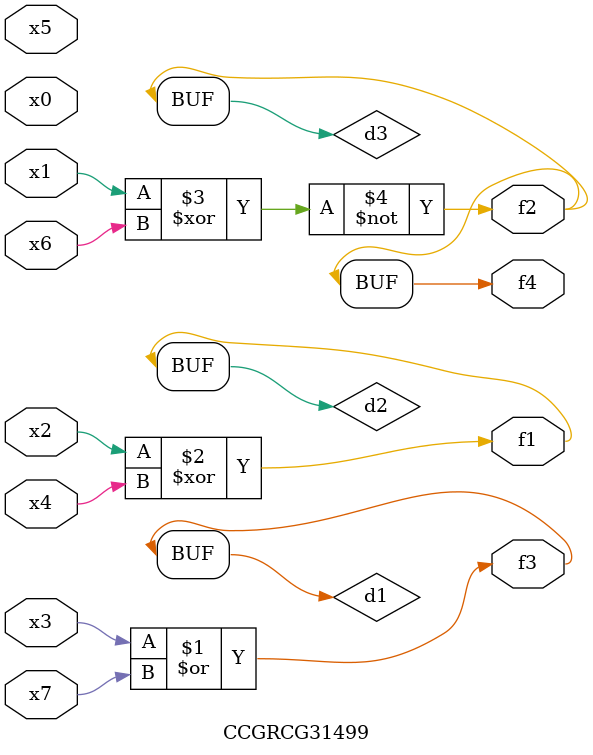
<source format=v>
module CCGRCG31499(
	input x0, x1, x2, x3, x4, x5, x6, x7,
	output f1, f2, f3, f4
);

	wire d1, d2, d3;

	or (d1, x3, x7);
	xor (d2, x2, x4);
	xnor (d3, x1, x6);
	assign f1 = d2;
	assign f2 = d3;
	assign f3 = d1;
	assign f4 = d3;
endmodule

</source>
